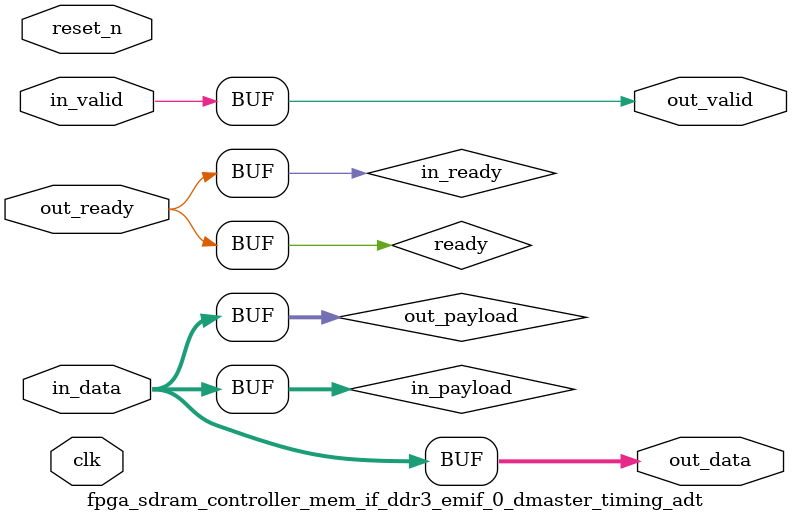
<source format=v>

`timescale 1ns / 100ps
module fpga_sdram_controller_mem_if_ddr3_emif_0_dmaster_timing_adt (
    
      // Interface: clk
      input              clk,
      // Interface: reset
      input              reset_n,
      // Interface: in
      input              in_valid,
      input      [ 7: 0] in_data,
      // Interface: out
      output reg         out_valid,
      output reg [ 7: 0] out_data,
      input              out_ready
);




   // ---------------------------------------------------------------------
   //| Signal Declarations
   // ---------------------------------------------------------------------

   reg  [ 7: 0] in_payload;
   reg  [ 7: 0] out_payload;
   reg  [ 0: 0] ready;
   reg          in_ready;
   // synthesis translate_off
   always @(negedge in_ready) begin
      $display("%m: The downstream component is backpressuring by deasserting ready, but the upstream component can't be backpressured.");
   end
   // synthesis translate_on   


   // ---------------------------------------------------------------------
   //| Payload Mapping
   // ---------------------------------------------------------------------
   always @* begin
     in_payload = {in_data};
     {out_data} = out_payload;
   end

   // ---------------------------------------------------------------------
   //| Ready & valid signals.
   // ---------------------------------------------------------------------
   always @* begin
     ready[0] = out_ready;
     out_valid = in_valid;
     out_payload = in_payload;
     in_ready = ready[0];
   end




endmodule


</source>
